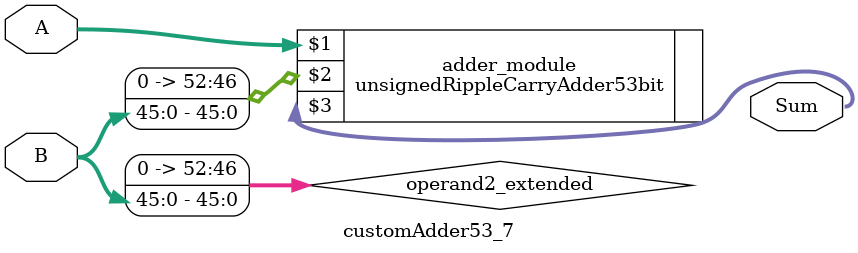
<source format=v>
module customAdder53_7(
                        input [52 : 0] A,
                        input [45 : 0] B,
                        
                        output [53 : 0] Sum
                );

        wire [52 : 0] operand2_extended;
        
        assign operand2_extended =  {7'b0, B};
        
        unsignedRippleCarryAdder53bit adder_module(
            A,
            operand2_extended,
            Sum
        );
        
        endmodule
        
</source>
